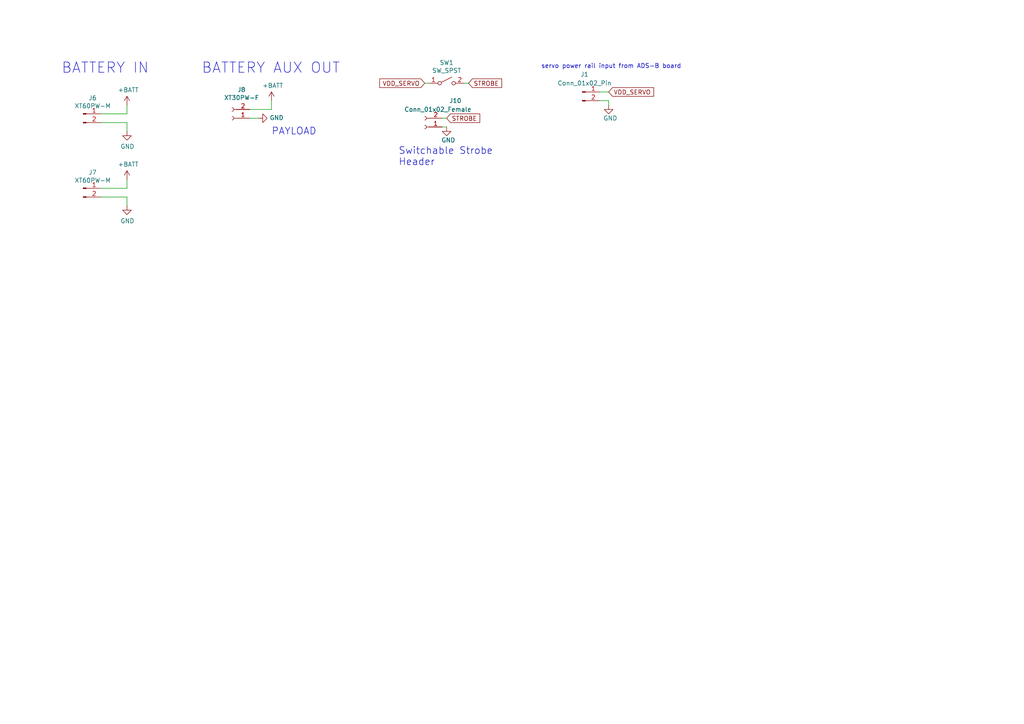
<source format=kicad_sch>
(kicad_sch (version 20231120) (generator "eeschema") (generator_version "8.0")
  (paper "A4")
  (lib_symbols
    (symbol "Connector:Conn_01x02_Pin" (pin_names (offset 1.016) hide)
      (property "Reference" "J" (at 0 2.54 0))
      (property "Value" "Conn_01x02_Pin" (at 0 -5.08 0))
      (symbol "Conn_01x02_Pin_1_1"
        (polyline (pts (xy 1.27 -2.54) (xy 0.8636 -2.54)) (stroke (width 0.1524)))
        (polyline (pts (xy 1.27 0) (xy 0.8636 0)) (stroke (width 0.1524)))
        (rectangle (start 0.8636 -2.413) (end 0 -2.667) (stroke (width 0.1524)) (fill (type outline)))
        (rectangle (start 0.8636 0.127) (end 0 -0.127) (stroke (width 0.1524)) (fill (type outline)))
        (pin passive line (at 5.08 0 180) (length 3.81) (name "Pin_1") (number "1"))
        (pin passive line (at 5.08 -2.54 180) (length 3.81) (name "Pin_2") (number "2"))
      )
    )
    (symbol "SAM4_Mainboard-rescue:+BATT-power" (power) (pin_names (offset 0))
      (property "Value" "power_+BATT" (at 0 3.556 0))
      (symbol "+BATT-power_0_1"
        (polyline (pts (xy -0.762 1.27) (xy 0 2.54)))
        (polyline (pts (xy 0 0) (xy 0 2.54)))
        (polyline (pts (xy 0 2.54) (xy 0.762 1.27)))
      )
      (symbol "+BATT-power_1_1"
        (pin power_in line (at 0 0 90) (length 0) hide (name "+BATT") (number "1"))
      )
    )
    (symbol "SAM4_Mainboard-rescue:Conn_01x02_Female-Connector-P2_PowerSystem-rescue" (pin_names (offset 1.016) hide)
      (property "Reference" "J" (at 0 2.54 0))
      (property "Value" "P2_PowerSystem-rescue_Conn_01x02_Female-Connector" (at 0 -5.08 0))
      (symbol "Conn_01x02_Female-Connector-P2_PowerSystem-rescue_1_1"
        (arc (start 0 -2.032) (mid -0.508 -2.54) (end 0 -3.048) (stroke (width 0.1524)))
        (polyline (pts (xy -1.27 -2.54) (xy -0.508 -2.54)) (stroke (width 0.1524)))
        (polyline (pts (xy -1.27 0) (xy -0.508 0)) (stroke (width 0.1524)))
        (arc (start 0 0.508) (mid -0.508 0) (end 0 -0.508) (stroke (width 0.1524)))
        (pin passive line (at -5.08 0 0) (length 3.81) (name "Pin_1") (number "1"))
        (pin passive line (at -5.08 -2.54 0) (length 3.81) (name "Pin_2") (number "2"))
      )
    )
    (symbol "SAM4_Mainboard-rescue:Conn_01x02_Male-Connector" (pin_names (offset 1.016) hide)
      (property "Reference" "J" (at 0 2.54 0))
      (property "Value" "Connector_Conn_01x02_Male" (at 0 -5.08 0))
      (symbol "Conn_01x02_Male-Connector_1_1"
        (polyline (pts (xy 1.27 -2.54) (xy 0.8636 -2.54)) (stroke (width 0.1524)))
        (polyline (pts (xy 1.27 0) (xy 0.8636 0)) (stroke (width 0.1524)))
        (rectangle (start 0.8636 -2.413) (end 0 -2.667) (stroke (width 0.1524)) (fill (type outline)))
        (rectangle (start 0.8636 0.127) (end 0 -0.127) (stroke (width 0.1524)) (fill (type outline)))
        (pin passive line (at 5.08 0 180) (length 3.81) (name "Pin_1") (number "1"))
        (pin passive line (at 5.08 -2.54 180) (length 3.81) (name "Pin_2") (number "2"))
      )
    )
    (symbol "SAM4_Mainboard-rescue:GND-power" (power) (pin_names (offset 0))
      (property "Value" "power_GND" (at 0 -3.81 0))
      (symbol "GND-power_0_1"
        (polyline (pts (xy 0 0) (xy 0 -1.27) (xy 1.27 -1.27) (xy 0 -2.54) (xy -1.27 -1.27) (xy 0 -1.27)))
      )
      (symbol "GND-power_1_1"
        (pin power_in line (at 0 0 270) (length 0) hide (name "GND") (number "1"))
      )
    )
    (symbol "SAM4_Mainboard-rescue:GND-power-P2_PowerSystem-rescue" (power) (pin_names (offset 0))
      (property "Value" "P2_PowerSystem-rescue_GND-power" (at 0 -3.81 0))
      (symbol "GND-power-P2_PowerSystem-rescue_0_1"
        (polyline (pts (xy 0 0) (xy 0 -1.27) (xy 1.27 -1.27) (xy 0 -2.54) (xy -1.27 -1.27) (xy 0 -1.27)))
      )
      (symbol "GND-power-P2_PowerSystem-rescue_1_1"
        (pin power_in line (at 0 0 270) (length 0) hide (name "GND") (number "1"))
      )
    )
    (symbol "Switch:SW_SPST" (pin_names (offset 0) hide)
      (property "Reference" "SW" (at 0 3.175 0))
      (property "Value" "SW_SPST" (at 0 -2.54 0))
      (symbol "SW_SPST_0_0"
        (circle (center -2.032 0) (radius 0.508))
        (polyline (pts (xy -1.524 0.254) (xy 1.524 1.778)))
        (circle (center 2.032 0) (radius 0.508))
      )
      (symbol "SW_SPST_1_1"
        (pin passive line (at -5.08 0 0) (length 2.54) (name "A") (number "1"))
        (pin passive line (at 5.08 0 180) (length 2.54) (name "B") (number "2"))
      )
    )
  )
  (wire (pts (xy 36.83 54.61) (xy 36.83 52.07)))
  (wire (pts (xy 78.74 31.75) (xy 72.39 31.75)))
  (wire (pts (xy 123.19 24.13) (xy 124.46 24.13)))
  (wire (pts (xy 29.21 33.02) (xy 36.83 33.02)))
  (wire (pts (xy 74.93 34.29) (xy 72.39 34.29)))
  (wire (pts (xy 176.53 30.48) (xy 176.53 29.21)))
  (wire (pts (xy 29.21 54.61) (xy 36.83 54.61)))
  (wire (pts (xy 36.83 35.56) (xy 36.83 38.1)))
  (wire (pts (xy 36.83 57.15) (xy 36.83 59.69)))
  (wire (pts (xy 29.21 57.15) (xy 36.83 57.15)))
  (wire (pts (xy 129.54 34.29) (xy 128.27 34.29)))
  (wire (pts (xy 78.74 29.21) (xy 78.74 31.75)))
  (wire (pts (xy 135.89 24.13) (xy 134.62 24.13)))
  (wire (pts (xy 36.83 33.02) (xy 36.83 30.48)))
  (wire (pts (xy 173.99 26.67) (xy 176.53 26.67)))
  (wire (pts (xy 176.53 29.21) (xy 173.99 29.21)))
  (wire (pts (xy 29.21 35.56) (xy 36.83 35.56)))
  (wire (pts (xy 129.54 36.83) (xy 128.27 36.83)))
  (text "BATTERY AUX OUT" (at 58.42 21.59 0) (effects (font (size 2.9972 2.9972)) (justify left bottom)))
  (text "Switchable Strobe\nHeader" (at 115.57 48.26 0) (effects (font (size 2.0066 2.0066)) (justify left bottom)))
  (text "PAYLOAD" (at 78.74 39.37 0) (effects (font (size 2.0066 2.0066)) (justify left bottom)))
  (text "servo power rail input from ADS-B board" (at 177.292 19.304 0) (effects (font (size 1.27 1.27))))
  (text "BATTERY IN" (at 17.78 21.59 0) (effects (font (size 2.9972 2.9972)) (justify left bottom)))
  (global_label "STROBE" (shape input) (at 129.54 34.29 0) (property "Intersheetrefs" "${INTERSHEET_REFS}" (effects (hide yes))))
  (global_label "VDD_SERVO" (shape input) (at 123.19 24.13 180) (property "Intersheetrefs" "${INTERSHEET_REFS}" (effects (hide yes))))
  (global_label "STROBE" (shape input) (at 135.89 24.13 0) (property "Intersheetrefs" "${INTERSHEET_REFS}" (effects (hide yes))))
  (global_label "VDD_SERVO" (shape input) (at 176.53 26.67 0) (property "Intersheetrefs" "${INTERSHEET_REFS}" (effects (hide yes))))
  (symbol (lib_id "SAM4_Mainboard-rescue:+BATT-power") (at 36.83 52.07 0) (unit 1)
    (property "Reference" "#PWR014" (effects (hide yes)))
    (property "Value" "+BATT" (at 37.211 47.6758 0))
  )
  (symbol (lib_id "SAM4_Mainboard-rescue:Conn_01x02_Female-Connector-P2_PowerSystem-rescue") (at 67.31 34.29 180) (unit 1)
    (property "Reference" "J8" (at 70.0532 26.035 0))
    (property "Value" "XT30PW-F" (at 70.0532 28.3464 0))
    (property "Footprint" "SAM4_Mainboard:AMASS_XT30PW-F_1x02_P2.50mm_Horizontal" (effects (hide yes)))
    (property "Description" "EB2-3045-box1-06" (effects (hide yes)))
  )
  (symbol (lib_id "SAM4_Mainboard-rescue:GND-power-P2_PowerSystem-rescue") (at 176.53 30.48 0) (unit 1)
    (property "Reference" "#PWR02" (effects (hide yes)))
    (property "Value" "GND" (at 179.07 34.29 0) (effects (justify right)))
  )
  (symbol (lib_id "SAM4_Mainboard-rescue:Conn_01x02_Female-Connector-P2_PowerSystem-rescue") (at 123.19 36.83 180) (unit 1)
    (property "Reference" "J10" (at 132.08 29.21 0))
    (property "Value" "Conn_01x02_Female" (at 127 31.75 0))
    (property "Footprint" "P2_PowerSystem:Molex_CLIK-Mate_502386-0270_1x02-1MP_P1.25mm_Horizontal" (effects (hide yes)))
  )
  (symbol (lib_id "Connector:Conn_01x02_Pin") (at 168.91 26.67 0) (unit 1)
    (property "Reference" "J1" (at 169.545 21.59 0))
    (property "Value" "Conn_01x02_Pin" (at 169.545 24.13 0))
    (property "Description" "Generic connector, single row, 01x02, script generated" (effects (hide yes)))
  )
  (symbol (lib_id "SAM4_Mainboard-rescue:Conn_01x02_Male-Connector") (at 24.13 33.02 0) (unit 1)
    (property "Reference" "J6" (at 26.8732 28.4226 0))
    (property "Value" "XT60PW-M" (at 26.8732 30.734 0))
    (property "Footprint" "SAM4_Mainboard:AMASS_XT60PW-M" (effects (hide yes)))
    (property "Description" "EB2-3045-box1-06" (effects (hide yes)))
  )
  (symbol (lib_id "SAM4_Mainboard-rescue:Conn_01x02_Male-Connector") (at 24.13 54.61 0) (unit 1)
    (property "Reference" "J7" (at 26.8732 50.0126 0))
    (property "Value" "XT60PW-M" (at 26.8732 52.324 0))
    (property "Footprint" "SAM4_Mainboard:AMASS_XT60PW-M" (effects (hide yes)))
    (property "Description" "EB2-3045-box1-06" (effects (hide yes)))
  )
  (symbol (lib_id "SAM4_Mainboard-rescue:GND-power") (at 74.93 34.29 90) (unit 1)
    (property "Reference" "#PWR016" (effects (hide yes)))
    (property "Value" "GND" (at 78.1812 34.163 90) (effects (justify right)))
  )
  (symbol (lib_id "SAM4_Mainboard-rescue:GND-power-P2_PowerSystem-rescue") (at 129.54 36.83 0) (unit 1)
    (property "Reference" "#PWR018" (effects (hide yes)))
    (property "Value" "GND" (at 132.08 40.64 0) (effects (justify right)))
  )
  (symbol (lib_id "SAM4_Mainboard-rescue:+BATT-power") (at 36.83 30.48 0) (unit 1)
    (property "Reference" "#PWR012" (effects (hide yes)))
    (property "Value" "+BATT" (at 37.211 26.0858 0))
  )
  (symbol (lib_id "Switch:SW_SPST") (at 129.54 24.13 0) (unit 1)
    (property "Reference" "SW1" (at 129.54 18.161 0))
    (property "Value" "SW_SPST" (at 129.54 20.4724 0))
    (property "Footprint" "SAM4_Mainboard:Slide-Switch_5x5" (effects (hide yes)))
  )
  (symbol (lib_id "SAM4_Mainboard-rescue:GND-power") (at 36.83 59.69 0) (unit 1)
    (property "Reference" "#PWR015" (effects (hide yes)))
    (property "Value" "GND" (at 36.957 64.0842 0))
  )
  (symbol (lib_id "SAM4_Mainboard-rescue:+BATT-power") (at 78.74 29.21 0) (unit 1)
    (property "Reference" "#PWR01" (effects (hide yes)))
    (property "Value" "+BATT" (at 79.121 24.8158 0))
  )
  (symbol (lib_id "SAM4_Mainboard-rescue:GND-power") (at 36.83 38.1 0) (unit 1)
    (property "Reference" "#PWR013" (effects (hide yes)))
    (property "Value" "GND" (at 36.957 42.4942 0))
  )
)
</source>
